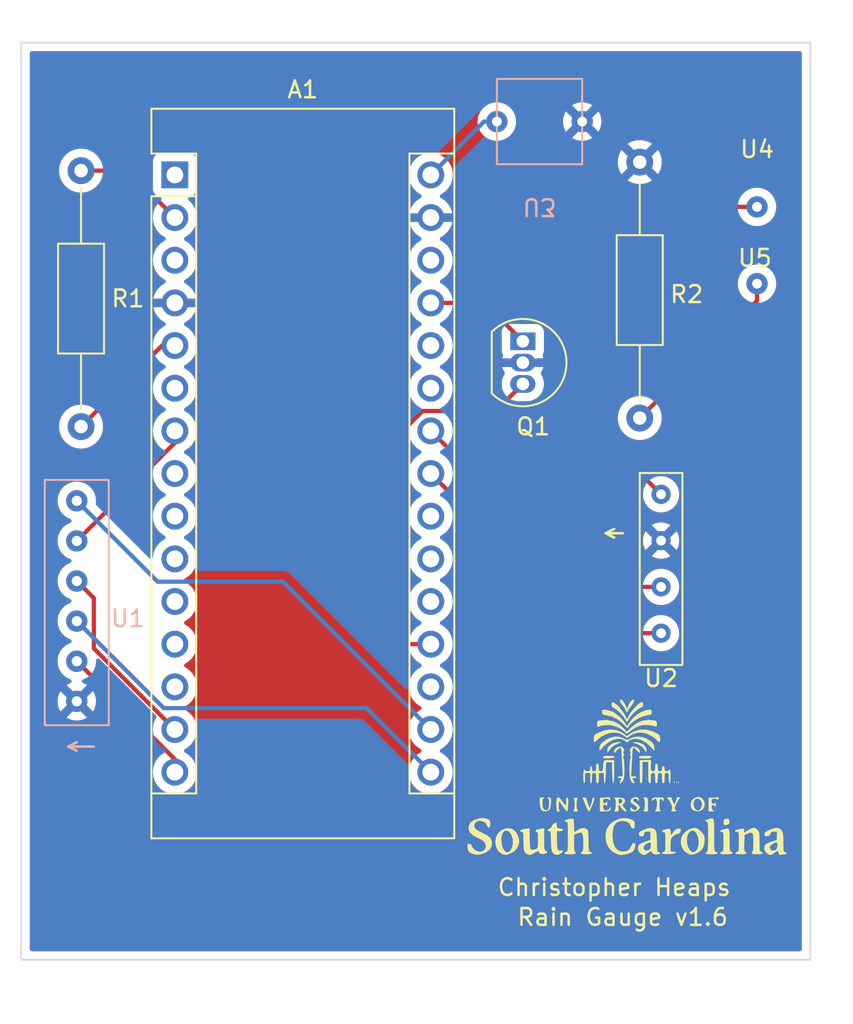
<source format=kicad_pcb>
(kicad_pcb (version 20211014) (generator pcbnew)
  (layers (0 "F.Cu" signal) (31 "B.Cu" signal) (34 "B.Paste" user) (35 "F.Paste" user) (36 "B.SilkS" user "B.Silkscreen") (37 "F.SilkS" user "F.Silkscreen") (38 "B.Mask" user) (39 "F.Mask" user) (44 "Edge.Cuts" user))
  (net 0 "")
  (net 2 "Net-(A1-Pad2)")
  (net 4 "GND")
  (net 5 "Net-(A1-Pad5)")
  (net 7 "Net-(A1-Pad7)")
  (net 14 "Net-(A1-Pad14)")
  (net 15 "Net-(A1-Pad15)")
  (net 16 "Net-(A1-Pad16)")
  (net 17 "+3V3")
  (net 19 "Net-(U5-Pad1)")
  (net 23 "Net-(A1-Pad23)")
  (net 24 "Net-(A1-Pad24)")
  (net 27 "+5V")
  (net 29 "+BATT")
  (net 30 "Net-(Q1-Pad3)")
  (footprint "Rain Gauge:BME280" (layer "F.Cu") (at 181.61 76.422 -90)
    (fp_text reference "U2" (at 12.224 0 unlocked) (layer "F.SilkS"))
    (fp_text value "BME280")
    (pad "1" thru_hole circle (at 1.27 0 270) (size 1.143 1.143) (drill 0.5842) (layers *.Cu *.Mask) (net 27 "+5V"))
    (pad "2" thru_hole circle (at 4.0259 0 270) (size 1.143 1.143) (drill 0.5842) (layers *.Cu *.Mask) (net 4 "GND"))
    (pad "3" thru_hole circle (at 6.7818 0 270) (size 1.143 1.143) (drill 0.5842) (layers *.Cu *.Mask) (net 24 "Net-(A1-Pad24)"))
    (pad "4" thru_hole circle (at 9.5377 0 270) (size 1.143 1.143) (drill 0.5842) (layers *.Cu *.Mask) (net 23 "Net-(A1-Pad23)"))
  )
  (footprint "Rain Gauge:3.3v SD Adapter" (layer "F.Cu") (at 146.812 74.93 -90)
    (fp_text reference "U1" (at 10.16 -3.048 unlocked) (layer "B.SilkS"))
    (fp_text value "SD_Adapter")
    (pad "1" thru_hole circle (at 3.1496 0 270) (size 1.27 1.27) (drill 0.6096) (layers *.Cu *.Mask) (net 17 "+3V3"))
    (pad "2" thru_hole circle (at 5.5372 0 270) (size 1.27 1.27) (drill 0.6096) (layers *.Cu *.Mask) (net 7 "Net-(A1-Pad7)"))
    (pad "3" thru_hole circle (at 7.9248 0 270) (size 1.27 1.27) (drill 0.6096) (layers *.Cu *.Mask) (net 14 "Net-(A1-Pad14)"))
    (pad "4" thru_hole circle (at 10.3124 0 270) (size 1.27 1.27) (drill 0.6096) (layers *.Cu *.Mask) (net 16 "Net-(A1-Pad16)"))
    (pad "5" thru_hole circle (at 12.7 0 270) (size 1.27 1.27) (drill 0.6096) (layers *.Cu *.Mask) (net 15 "Net-(A1-Pad15)"))
    (pad "6" thru_hole circle (at 15.0876 0 270) (size 1.27 1.27) (drill 0.6096) (layers *.Cu *.Mask) (net 4 "GND"))
  )
  (footprint "Rain Gauge:Lipo" (layer "F.Cu") (at 174.371 55.499 180)
    (fp_text reference "U3" (at 0 -5.08 180 unlocked) (layer "B.SilkS") (effects (justify mirror)))
    (fp_text value "Lipo")
    (pad "1" thru_hole circle (at -2.54 0 180) (size 1.27 1.27) (drill 0.5842) (layers *.Cu *.Mask) (net 4 "GND"))
    (pad "2" thru_hole circle (at 2.54 0 180) (size 1.27 1.27) (drill 0.5842) (layers *.Cu *.Mask) (net 29 "+BATT"))
  )
  (footprint "Rain Gauge:Electrode" (layer "F.Cu") (at 187.325 65.151)
    (fp_text reference "U5" (at -0.127 -1.524 unlocked) (layer "F.SilkS"))
    (fp_text value "Electrode")
    (pad "1" thru_hole circle (at 0 0) (size 1.27 1.27) (drill 0.5842) (layers *.Cu *.Mask) (net 19 "Net-(U5-Pad1)"))
  )
  (footprint "Resistor_THT:R_Axial_DIN0207_L6.3mm_D2.5mm_P15.24mm_Horizontal" (layer "F.Cu") (at 180.34 57.912 -90)
    (fp_text reference "R2" (at 7.874 -2.794 180) (layer "F.SilkS"))
    (fp_text value "3M")
    (pad "1" thru_hole circle (at 0 0 270) (size 1.6 1.6) (drill 0.8) (layers *.Cu *.Mask) (net 4 "GND"))
    (pad "2" thru_hole oval (at 15.24 0 270) (size 1.6 1.6) (drill 0.8) (layers *.Cu *.Mask) (net 19 "Net-(U5-Pad1)"))
  )
  (footprint "Package_TO_SOT_THT:TO-92_Inline" (layer "F.Cu") (at 173.376 68.58 -90)
    (fp_text reference "Q1" (at 5.08 -0.614 180) (layer "F.SilkS"))
    (fp_text value "PN2222A")
    (pad "1" thru_hole rect (at 0 0 270) (size 1.05 1.5) (drill 0.75) (layers *.Cu *.Mask) (net 27 "+5V"))
    (pad "2" thru_hole oval (at 1.27 0 270) (size 1.05 1.5) (drill 0.75) (layers *.Cu *.Mask) (net 4 "GND"))
    (pad "3" thru_hole oval (at 2.54 0 270) (size 1.05 1.5) (drill 0.75) (layers *.Cu *.Mask) (net 30 "Net-(Q1-Pad3)"))
  )
  (footprint "ARTS-Lab:uofsc_logo_0_75in" (layer "F.Cu") (at 179.578 94.488)
    (fp_text reference "G***" hide)
    (fp_text value "LOGO" hide)
  )
  (footprint "Rain Gauge:Electrode" (layer "F.Cu") (at 187.325 60.579)
    (fp_text reference "U4" (at 0 -3.429 unlocked) (layer "F.SilkS"))
    (fp_text value "Electrode")
    (pad "1" thru_hole circle (at 0 0) (size 1.27 1.27) (drill 0.5842) (layers *.Cu *.Mask) (net 27 "+5V"))
  )
  (footprint "Module:Arduino_Nano" (layer "F.Cu") (at 152.654 58.674)
    (fp_text reference "A1" (at 7.62 -5.08) (layer "F.SilkS"))
    (fp_text value "Arduino_Nano_Every")
    (pad "1" thru_hole rect (at 0 0) (size 1.6 1.6) (drill 1) (layers *.Cu *.Mask))
    (pad "2" thru_hole oval (at 0 2.54) (size 1.6 1.6) (drill 1) (layers *.Cu *.Mask) (net 2 "Net-(A1-Pad2)"))
    (pad "3" thru_hole oval (at 0 5.08) (size 1.6 1.6) (drill 1) (layers *.Cu *.Mask))
    (pad "4" thru_hole oval (at 0 7.62) (size 1.6 1.6) (drill 1) (layers *.Cu *.Mask) (net 4 "GND"))
    (pad "5" thru_hole oval (at 0 10.16) (size 1.6 1.6) (drill 1) (layers *.Cu *.Mask) (net 5 "Net-(A1-Pad5)"))
    (pad "6" thru_hole oval (at 0 12.7) (size 1.6 1.6) (drill 1) (layers *.Cu *.Mask))
    (pad "7" thru_hole oval (at 0 15.24) (size 1.6 1.6) (drill 1) (layers *.Cu *.Mask) (net 7 "Net-(A1-Pad7)"))
    (pad "8" thru_hole oval (at 0 17.78) (size 1.6 1.6) (drill 1) (layers *.Cu *.Mask))
    (pad "9" thru_hole oval (at 0 20.32) (size 1.6 1.6) (drill 1) (layers *.Cu *.Mask))
    (pad "10" thru_hole oval (at 0 22.86) (size 1.6 1.6) (drill 1) (layers *.Cu *.Mask))
    (pad "11" thru_hole oval (at 0 25.4) (size 1.6 1.6) (drill 1) (layers *.Cu *.Mask))
    (pad "12" thru_hole oval (at 0 27.94) (size 1.6 1.6) (drill 1) (layers *.Cu *.Mask))
    (pad "13" thru_hole oval (at 0 30.48) (size 1.6 1.6) (drill 1) (layers *.Cu *.Mask))
    (pad "14" thru_hole oval (at 0 33.02) (size 1.6 1.6) (drill 1) (layers *.Cu *.Mask) (net 14 "Net-(A1-Pad14)"))
    (pad "15" thru_hole oval (at 0 35.56) (size 1.6 1.6) (drill 1) (layers *.Cu *.Mask) (net 15 "Net-(A1-Pad15)"))
    (pad "16" thru_hole oval (at 15.24 35.56) (size 1.6 1.6) (drill 1) (layers *.Cu *.Mask) (net 16 "Net-(A1-Pad16)"))
    (pad "17" thru_hole oval (at 15.24 33.02) (size 1.6 1.6) (drill 1) (layers *.Cu *.Mask) (net 17 "+3V3"))
    (pad "18" thru_hole oval (at 15.24 30.48) (size 1.6 1.6) (drill 1) (layers *.Cu *.Mask))
    (pad "19" thru_hole oval (at 15.24 27.94) (size 1.6 1.6) (drill 1) (layers *.Cu *.Mask) (net 30 "Net-(Q1-Pad3)"))
    (pad "20" thru_hole oval (at 15.24 25.4) (size 1.6 1.6) (drill 1) (layers *.Cu *.Mask))
    (pad "21" thru_hole oval (at 15.24 22.86) (size 1.6 1.6) (drill 1) (layers *.Cu *.Mask))
    (pad "22" thru_hole oval (at 15.24 20.32) (size 1.6 1.6) (drill 1) (layers *.Cu *.Mask))
    (pad "23" thru_hole oval (at 15.24 17.78) (size 1.6 1.6) (drill 1) (layers *.Cu *.Mask) (net 23 "Net-(A1-Pad23)"))
    (pad "24" thru_hole oval (at 15.24 15.24) (size 1.6 1.6) (drill 1) (layers *.Cu *.Mask) (net 24 "Net-(A1-Pad24)"))
    (pad "25" thru_hole oval (at 15.24 12.7) (size 1.6 1.6) (drill 1) (layers *.Cu *.Mask))
    (pad "26" thru_hole oval (at 15.24 10.16) (size 1.6 1.6) (drill 1) (layers *.Cu *.Mask))
    (pad "27" thru_hole oval (at 15.24 7.62) (size 1.6 1.6) (drill 1) (layers *.Cu *.Mask) (net 27 "+5V"))
    (pad "28" thru_hole oval (at 15.24 5.08) (size 1.6 1.6) (drill 1) (layers *.Cu *.Mask))
    (pad "29" thru_hole oval (at 15.24 2.54) (size 1.6 1.6) (drill 1) (layers *.Cu *.Mask) (net 4 "GND"))
    (pad "30" thru_hole oval (at 15.24 0) (size 1.6 1.6) (drill 1) (layers *.Cu *.Mask) (net 29 "+BATT"))
  )
  (footprint "Resistor_THT:R_Axial_DIN0207_L6.3mm_D2.5mm_P15.24mm_Horizontal" (layer "F.Cu") (at 147.066 58.42 -90)
    (fp_text reference "R1" (at 7.62 -2.794 180) (layer "F.SilkS"))
    (fp_text value "220")
    (pad "1" thru_hole circle (at 0 0 270) (size 1.6 1.6) (drill 0.8) (layers *.Cu *.Mask) (net 2 "Net-(A1-Pad2)"))
    (pad "2" thru_hole oval (at 15.24 0 270) (size 1.6 1.6) (drill 0.8) (layers *.Cu *.Mask) (net 5 "Net-(A1-Pad5)"))
  )
  (gr_line (start 146.304 92.71) (end 146.812 92.964) (layer "B.SilkS") (width 0.15))
  (gr_line (start 147.828 92.71) (end 146.304 92.71) (layer "B.SilkS") (width 0.15))
  (gr_line (start 146.304 92.71) (end 146.812 92.456) (layer "B.SilkS") (width 0.15))
  (gr_line (start 179.324 80.01) (end 178.308 80.01) (layer "F.SilkS") (width 0.15))
  (gr_line (start 178.308 80.01) (end 178.816 79.756) (layer "F.SilkS") (width 0.15))
  (gr_line (start 178.308 80.01) (end 178.816 80.264) (layer "F.SilkS") (width 0.15))
  (gr_rect (start 143.51 50.8) (end 190.5 105.41) (layer "Edge.Cuts") (width 0.1) (fill none))
  (gr_text "Rain Gauge v1.6" (at 179.324 102.87) (layer "F.SilkS") (effects (font (size 1 1))))
  (gr_text "Christopher Heaps\n" (at 178.816 101.092) (layer "F.SilkS") (effects (font (size 1 1))))
  (segment (start 147.066 58.42) (end 149.86 58.42) (width 0.254) (layer "F.Cu") (net 2))
  (segment (start 149.86 58.42) (end 152.654 61.214) (width 0.254) (layer "F.Cu") (net 2))
  (segment (start 151.892 68.834) (end 152.654 68.834) (width 0.254) (layer "F.Cu") (net 5))
  (segment (start 147.066 73.66) (end 151.892 68.834) (width 0.254) (layer "F.Cu") (net 5))
  (segment (start 146.812 80.4672) (end 152.654 74.6252) (width 0.254) (layer "F.Cu") (net 7))
  (segment (start 152.654 74.6252) (end 152.654 73.914) (width 0.254) (layer "F.Cu") (net 7))
  (segment (start 147.827511 83.870311) (end 147.827511 86.867511) (width 0.254) (layer "F.Cu") (net 14))
  (segment (start 146.812 82.8548) (end 147.827511 83.870311) (width 0.254) (layer "F.Cu") (net 14))
  (segment (start 147.827511 86.867511) (end 152.654 91.694) (width 0.254) (layer "F.Cu") (net 14))
  (segment (start 146.812 87.63) (end 152.654 93.472) (width 0.254) (layer "F.Cu") (net 15))
  (segment (start 152.654 93.472) (end 152.654 94.234) (width 0.254) (layer "F.Cu") (net 15))
  (segment (start 146.812 85.2424) (end 151.9936 90.424) (width 0.254) (layer "B.Cu") (net 16))
  (segment (start 151.9936 90.424) (end 164.084 90.424) (width 0.254) (layer "B.Cu") (net 16))
  (segment (start 164.084 90.424) (end 167.894 94.234) (width 0.254) (layer "B.Cu") (net 16))
  (segment (start 146.812 78.0796) (end 147.078111 77.813489) (width 0.254) (layer "F.Cu") (net 17))
  (segment (start 159.093489 82.893489) (end 167.894 91.694) (width 0.254) (layer "B.Cu") (net 17))
  (segment (start 151.625889 82.893489) (end 159.093489 82.893489) (width 0.254) (layer "B.Cu") (net 17))
  (segment (start 146.812 78.0796) (end 151.625889 82.893489) (width 0.254) (layer "B.Cu") (net 17))
  (segment (start 187.325 66.167) (end 187.325 65.151) (width 0.254) (layer "F.Cu") (net 19))
  (segment (start 180.34 73.152) (end 187.325 66.167) (width 0.254) (layer "F.Cu") (net 19))
  (segment (start 167.894 76.454) (end 177.3997 85.9597) (width 0.254) (layer "F.Cu") (net 23))
  (segment (start 177.3997 85.9597) (end 181.61 85.9597) (width 0.254) (layer "F.Cu") (net 23))
  (segment (start 167.894 73.914) (end 177.1838 83.2038) (width 0.254) (layer "F.Cu") (net 24))
  (segment (start 177.1838 83.2038) (end 181.61 83.2038) (width 0.254) (layer "F.Cu") (net 24))
  (segment (start 173.228 63.754) (end 176.403 60.579) (width 0.254) (layer "F.Cu") (net 27))
  (segment (start 176.403 60.579) (end 187.325 60.579) (width 0.254) (layer "F.Cu") (net 27))
  (segment (start 171.09 66.294) (end 173.376 68.58) (width 0.254) (layer "F.Cu") (net 27))
  (segment (start 170.688 66.294) (end 171.09 66.294) (width 0.254) (layer "F.Cu") (net 27))
  (segment (start 177.038 73.12) (end 177.038 64.77) (width 0.254) (layer "F.Cu") (net 27))
  (segment (start 181.61 77.692) (end 177.038 73.12) (width 0.254) (layer "F.Cu") (net 27))
  (segment (start 167.894 66.294) (end 170.688 66.294) (width 0.254) (layer "F.Cu") (net 27))
  (segment (start 177.038 64.77) (end 176.022 63.754) (width 0.254) (layer "F.Cu") (net 27))
  (segment (start 170.688 66.294) (end 173.228 63.754) (width 0.254) (layer "F.Cu") (net 27))
  (segment (start 176.022 63.754) (end 173.228 63.754) (width 0.254) (layer "F.Cu") (net 27))
  (segment (start 171.069 55.499) (end 171.831 55.499) (width 0.254) (layer "B.Cu") (net 29))
  (segment (start 167.894 58.674) (end 171.069 55.499) (width 0.254) (layer "B.Cu") (net 29))
  (segment (start 173.376 71.12) (end 171.762511 72.733489) (width 0.254) (layer "F.Cu") (net 30))
  (segment (start 164.084 76.054504) (end 164.084 85.344) (width 0.254) (layer "F.Cu") (net 30))
  (segment (start 164.084 85.344) (end 165.354 86.614) (width 0.254) (layer "F.Cu") (net 30))
  (segment (start 165.354 86.614) (end 167.894 86.614) (width 0.254) (layer "F.Cu") (net 30))
  (segment (start 167.405015 72.733489) (end 164.084 76.054504) (width 0.254) (layer "F.Cu") (net 30))
  (segment (start 171.762511 72.733489) (end 167.405015 72.733489) (width 0.254) (layer "F.Cu") (net 30))
  (zone (net 4) (net_name "GND") (layers F&B.Cu) (connect_pads (clearance 0.508)) (min_thickness 0.254) (fill yes (thermal_gap 0.508) (thermal_bridge_width 0.508))
    (polygon (pts (xy 193.04 109.22) (xy 142.24 109.22) (xy 142.24 48.26) (xy 193.04 48.26)))
  )
)
</source>
